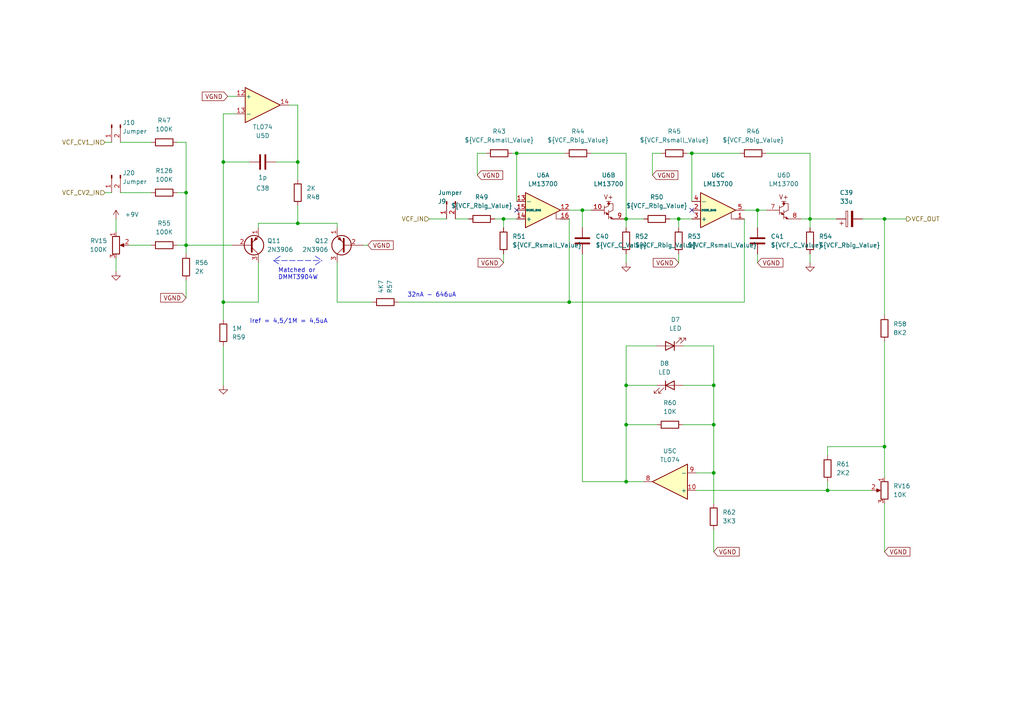
<source format=kicad_sch>
(kicad_sch (version 20211123) (generator eeschema)
  (paper "A4")
  (title_block (title "LivSynth - VCF") (date "2022-07-18") (rev "${Version}") (company "SloBlo Labs"))
  (lib_symbols
    (symbol "Amplifier_Operational:LM13700" (pin_names (offset 0.127))
      (property "Reference" "U" (at 3.81 5.08 0))
      (property "Value" "LM13700" (at 5.08 -5.08 0))
      (symbol "LM13700_1_1"
        (polyline (pts (xy 3.81 -0.635) (xy 3.81 -2.54) (xy 5.08 -2.54)))
        (polyline (pts (xy 5.08 0) (xy -5.08 -5.08) (xy -5.08 5.08) (xy 5.08 0)) (stroke (width 0.254)) (fill (type background)))
        (pin output line (at 7.62 0 180) (length 2.54) (name "~") (number "12"))
        (pin input line (at -7.62 2.54 0) (length 2.54) (name "-") (number "13"))
        (pin input line (at -7.62 -2.54 0) (length 2.54) (name "+") (number "14"))
        (pin input line (at -7.62 0 0) (length 2.54) (name "DIODE_BIAS") (number "15"))
        (pin input line (at 7.62 -2.54 180) (length 2.54) (name "~") (number "16"))
      )
      (symbol "LM13700_2_0"
        (polyline (pts (xy -1.905 2.54) (xy -3.175 2.54)))
      )
      (symbol "LM13700_2_1"
        (circle (center -2.54 1.905) (radius 0.254) (stroke (width 0.254)) (fill (type outline)))
        (polyline (pts (xy -3.81 -0.635) (xy -2.54 -1.27)))
        (polyline (pts (xy -3.81 1.27) (xy -3.81 -1.27)))
        (polyline (pts (xy -2.54 -1.905) (xy -1.27 -2.54)))
        (polyline (pts (xy -2.54 0) (xy -2.54 -2.54)))
        (polyline (pts (xy -3.81 0.635) (xy -2.54 1.27) (xy -2.54 1.905) (xy -2.54 2.54)))
        (polyline (pts (xy -2.54 -1.27) (xy -3.175 -0.635) (xy -3.175 -1.27) (xy -2.54 -1.27)) (fill (type outline)))
        (polyline (pts (xy -2.54 -0.635) (xy -1.27 0) (xy -1.27 1.905) (xy -2.54 1.905)))
        (polyline (pts (xy -1.27 -2.54) (xy -1.905 -1.905) (xy -1.905 -2.54) (xy -1.27 -2.54)) (fill (type outline)))
        (text "V+" (at -2.54 3.81 0) (effects (font (size 1.27 1.27))))
        (pin input line (at -7.62 0 0) (length 3.81) (name "~") (number "10"))
        (pin output line (at 2.54 -2.54 180) (length 3.81) (name "~") (number "9"))
      )
      (symbol "LM13700_3_1"
        (polyline (pts (xy 3.81 -0.635) (xy 3.81 -2.54) (xy 5.08 -2.54)))
        (polyline (pts (xy 5.08 0) (xy -5.08 -5.08) (xy -5.08 5.08) (xy 5.08 0)) (stroke (width 0.254)) (fill (type background)))
        (pin input line (at 7.62 -2.54 180) (length 2.54) (name "~") (number "1"))
        (pin input line (at -7.62 0 0) (length 2.54) (name "DIODE_BIAS") (number "2"))
        (pin input line (at -7.62 -2.54 0) (length 2.54) (name "+") (number "3"))
        (pin input line (at -7.62 2.54 0) (length 2.54) (name "-") (number "4"))
        (pin output line (at 7.62 0 180) (length 2.54) (name "~") (number "5"))
      )
      (symbol "LM13700_4_0"
        (polyline (pts (xy -3.175 2.54) (xy -1.905 2.54)))
        (text "V+" (at -2.54 3.81 0) (effects (font (size 1.27 1.27))))
      )
      (symbol "LM13700_4_1"
        (circle (center -2.54 1.905) (radius 0.254) (stroke (width 0.254)) (fill (type outline)))
        (polyline (pts (xy -3.81 -0.635) (xy -2.54 -1.27)))
        (polyline (pts (xy -3.81 1.27) (xy -3.81 -1.27)))
        (polyline (pts (xy -2.54 -1.905) (xy -1.27 -2.54)))
        (polyline (pts (xy -2.54 0) (xy -2.54 -2.54)))
        (polyline (pts (xy -3.81 0.635) (xy -2.54 1.27) (xy -2.54 2.54)))
        (polyline (pts (xy -2.54 -1.27) (xy -3.175 -0.635) (xy -3.175 -1.27) (xy -2.54 -1.27)) (fill (type outline)))
        (polyline (pts (xy -2.54 -0.635) (xy -1.27 0) (xy -1.27 1.905) (xy -2.54 1.905)))
        (polyline (pts (xy -1.27 -2.54) (xy -1.905 -1.905) (xy -1.905 -2.54) (xy -1.27 -2.54)) (fill (type outline)))
        (pin input line (at -7.62 0 0) (length 3.81) (name "~") (number "7"))
        (pin output line (at 2.54 -2.54 180) (length 3.81) (name "~") (number "8"))
      )
      (symbol "LM13700_5_1"
        (pin power_in line (at -2.54 7.62 270) (length 3.81) (name "V+") (number "11"))
        (pin power_in line (at -2.54 -7.62 90) (length 3.81) (name "V-") (number "6"))
      )
    )
    (symbol "Amplifier_Operational:TL074" (pin_names (offset 0.127))
      (property "Reference" "U" (at 0 5.08 0))
      (property "Value" "TL074" (at 0 -5.08 0))
      (symbol "TL074_1_1"
        (polyline (pts (xy -5.08 5.08) (xy 5.08 0) (xy -5.08 -5.08) (xy -5.08 5.08)) (stroke (width 0.254)) (fill (type background)))
        (pin output line (at 7.62 0 180) (length 2.54) (name "~") (number "1"))
        (pin input line (at -7.62 -2.54 0) (length 2.54) (name "-") (number "2"))
        (pin input line (at -7.62 2.54 0) (length 2.54) (name "+") (number "3"))
      )
      (symbol "TL074_2_1"
        (polyline (pts (xy -5.08 5.08) (xy 5.08 0) (xy -5.08 -5.08) (xy -5.08 5.08)) (stroke (width 0.254)) (fill (type background)))
        (pin input line (at -7.62 2.54 0) (length 2.54) (name "+") (number "5"))
        (pin input line (at -7.62 -2.54 0) (length 2.54) (name "-") (number "6"))
        (pin output line (at 7.62 0 180) (length 2.54) (name "~") (number "7"))
      )
      (symbol "TL074_3_1"
        (polyline (pts (xy -5.08 5.08) (xy 5.08 0) (xy -5.08 -5.08) (xy -5.08 5.08)) (stroke (width 0.254)) (fill (type background)))
        (pin input line (at -7.62 2.54 0) (length 2.54) (name "+") (number "10"))
        (pin output line (at 7.62 0 180) (length 2.54) (name "~") (number "8"))
        (pin input line (at -7.62 -2.54 0) (length 2.54) (name "-") (number "9"))
      )
      (symbol "TL074_4_1"
        (polyline (pts (xy -5.08 5.08) (xy 5.08 0) (xy -5.08 -5.08) (xy -5.08 5.08)) (stroke (width 0.254)) (fill (type background)))
        (pin input line (at -7.62 2.54 0) (length 2.54) (name "+") (number "12"))
        (pin input line (at -7.62 -2.54 0) (length 2.54) (name "-") (number "13"))
        (pin output line (at 7.62 0 180) (length 2.54) (name "~") (number "14"))
      )
      (symbol "TL074_5_1"
        (pin power_in line (at -2.54 -7.62 90) (length 3.81) (name "V-") (number "11"))
        (pin power_in line (at -2.54 7.62 270) (length 3.81) (name "V+") (number "4"))
      )
    )
    (symbol "Connector:Conn_01x02_Male" (pin_names (offset 1.016) hide)
      (property "Reference" "J" (at 0 2.54 0))
      (property "Value" "Conn_01x02_Male" (at 0 -5.08 0))
      (symbol "Conn_01x02_Male_1_1"
        (polyline (pts (xy 1.27 -2.54) (xy 0.8636 -2.54)) (stroke (width 0.1524)))
        (polyline (pts (xy 1.27 0) (xy 0.8636 0)) (stroke (width 0.1524)))
        (rectangle (start 0.8636 -2.413) (end 0 -2.667) (stroke (width 0.1524)) (fill (type outline)))
        (rectangle (start 0.8636 0.127) (end 0 -0.127) (stroke (width 0.1524)) (fill (type outline)))
        (pin passive line (at 5.08 0 180) (length 3.81) (name "Pin_1") (number "1"))
        (pin passive line (at 5.08 -2.54 180) (length 3.81) (name "Pin_2") (number "2"))
      )
    )
    (symbol "Device:C" (pin_numbers hide) (pin_names (offset 0.254))
      (property "Reference" "C" (at 0.635 2.54 0))
      (property "Value" "C" (at 0.635 -2.54 0))
      (symbol "C_0_1"
        (polyline (pts (xy -2.032 -0.762) (xy 2.032 -0.762)) (stroke (width 0.508)))
        (polyline (pts (xy -2.032 0.762) (xy 2.032 0.762)) (stroke (width 0.508)))
      )
      (symbol "C_1_1"
        (pin passive line (at 0 3.81 270) (length 2.794) (name "~") (number "1"))
        (pin passive line (at 0 -3.81 90) (length 2.794) (name "~") (number "2"))
      )
    )
    (symbol "Device:C_Polarized" (pin_numbers hide) (pin_names (offset 0.254))
      (property "Reference" "C" (at 0.635 2.54 0))
      (property "Value" "C_Polarized" (at 0.635 -2.54 0))
      (symbol "C_Polarized_0_1"
        (rectangle (start -2.286 0.508) (end 2.286 1.016))
        (polyline (pts (xy -1.778 2.286) (xy -0.762 2.286)))
        (polyline (pts (xy -1.27 2.794) (xy -1.27 1.778)))
        (rectangle (start 2.286 -0.508) (end -2.286 -1.016) (fill (type outline)))
      )
      (symbol "C_Polarized_1_1"
        (pin passive line (at 0 3.81 270) (length 2.794) (name "~") (number "1"))
        (pin passive line (at 0 -3.81 90) (length 2.794) (name "~") (number "2"))
      )
    )
    (symbol "Device:LED" (pin_numbers hide) (pin_names (offset 1.016) hide)
      (property "Reference" "D" (at 0 2.54 0))
      (property "Value" "LED" (at 0 -2.54 0))
      (symbol "LED_0_1"
        (polyline (pts (xy -1.27 -1.27) (xy -1.27 1.27)) (stroke (width 0.254)))
        (polyline (pts (xy -1.27 0) (xy 1.27 0)))
        (polyline (pts (xy 1.27 -1.27) (xy 1.27 1.27) (xy -1.27 0) (xy 1.27 -1.27)) (stroke (width 0.254)))
        (polyline (pts (xy -3.048 -0.762) (xy -4.572 -2.286) (xy -3.81 -2.286) (xy -4.572 -2.286) (xy -4.572 -1.524)))
        (polyline (pts (xy -1.778 -0.762) (xy -3.302 -2.286) (xy -2.54 -2.286) (xy -3.302 -2.286) (xy -3.302 -1.524)))
      )
      (symbol "LED_1_1"
        (pin passive line (at -3.81 0 0) (length 2.54) (name "K") (number "1"))
        (pin passive line (at 3.81 0 180) (length 2.54) (name "A") (number "2"))
      )
    )
    (symbol "Device:R" (pin_numbers hide) (pin_names (offset 0))
      (property "Reference" "R" (at 2.032 0 90))
      (property "Value" "R" (at 0 0 90))
      (symbol "R_0_1"
        (rectangle (start -1.016 -2.54) (end 1.016 2.54) (stroke (width 0.254)))
      )
      (symbol "R_1_1"
        (pin passive line (at 0 3.81 270) (length 1.27) (name "~") (number "1"))
        (pin passive line (at 0 -3.81 90) (length 1.27) (name "~") (number "2"))
      )
    )
    (symbol "Device:R_Potentiometer" (pin_names (offset 1.016) hide)
      (property "Reference" "RV" (at -4.445 0 90))
      (property "Value" "R_Potentiometer" (at -2.54 0 90))
      (symbol "R_Potentiometer_0_1"
        (polyline (pts (xy 2.54 0) (xy 1.524 0)))
        (polyline (pts (xy 1.143 0) (xy 2.286 0.508) (xy 2.286 -0.508) (xy 1.143 0)) (fill (type outline)))
        (rectangle (start 1.016 2.54) (end -1.016 -2.54) (stroke (width 0.254)))
      )
      (symbol "R_Potentiometer_1_1"
        (pin passive line (at 0 3.81 270) (length 1.27) (name "1") (number "1"))
        (pin passive line (at 3.81 0 180) (length 1.27) (name "2") (number "2"))
        (pin passive line (at 0 -3.81 90) (length 1.27) (name "3") (number "3"))
      )
    )
    (symbol "Transistor_BJT:2N3906" (pin_names (offset 0) hide)
      (property "Reference" "Q" (at 5.08 1.905 0))
      (property "Value" "2N3906" (at 5.08 0 0))
      (symbol "2N3906_0_1"
        (polyline (pts (xy 0.635 0.635) (xy 2.54 2.54)))
        (polyline (pts (xy 0.635 -0.635) (xy 2.54 -2.54) (xy 2.54 -2.54)))
        (polyline (pts (xy 0.635 1.905) (xy 0.635 -1.905) (xy 0.635 -1.905)) (stroke (width 0.508)))
        (polyline (pts (xy 2.286 -1.778) (xy 1.778 -2.286) (xy 1.27 -1.27) (xy 2.286 -1.778) (xy 2.286 -1.778)) (fill (type outline)))
        (circle (center 1.27 0) (radius 2.8194) (stroke (width 0.254)))
      )
      (symbol "2N3906_1_1"
        (pin passive line (at 2.54 -5.08 90) (length 2.54) (name "E") (number "1"))
        (pin input line (at -5.08 0 0) (length 5.715) (name "B") (number "2"))
        (pin passive line (at 2.54 5.08 270) (length 2.54) (name "C") (number "3"))
      )
    )
    (symbol "power:+9V" (power) (pin_names (offset 0))
      (property "Value" "+9V" (at 0 3.556 0))
      (symbol "+9V_0_1"
        (polyline (pts (xy -0.762 1.27) (xy 0 2.54)))
        (polyline (pts (xy 0 0) (xy 0 2.54)))
        (polyline (pts (xy 0 2.54) (xy 0.762 1.27)))
      )
      (symbol "+9V_1_1"
        (pin power_in line (at 0 0 90) (length 0) hide (name "+9V") (number "1"))
      )
    )
    (symbol "power:GND" (power) (pin_names (offset 0))
      (property "Value" "GND" (at 0 -3.81 0))
      (symbol "GND_0_1"
        (polyline (pts (xy 0 0) (xy 0 -1.27) (xy 1.27 -1.27) (xy 0 -2.54) (xy -1.27 -1.27) (xy 0 -1.27)))
      )
      (symbol "GND_1_1"
        (pin power_in line (at 0 0 270) (length 0) hide (name "GND") (number "1"))
      )
    )
  )
  (junction (at 200.66 44.45))
  (junction (at 149.86 44.45))
  (junction (at 181.61 111.76))
  (junction (at 207.01 137.16))
  (junction (at 165.1 87.63))
  (junction (at 181.61 63.5))
  (junction (at 86.36 64.77))
  (junction (at 207.01 111.76))
  (junction (at 207.01 123.19))
  (junction (at 181.61 139.7))
  (junction (at 256.54 63.5))
  (junction (at 53.975 71.12))
  (junction (at 64.77 46.99))
  (junction (at 53.975 55.88))
  (junction (at 168.91 60.96))
  (junction (at 86.36 46.99))
  (junction (at 196.85 63.5))
  (junction (at 256.54 129.54))
  (junction (at 181.61 123.19))
  (junction (at 219.71 60.96))
  (junction (at 64.77 87.63))
  (junction (at 240.03 142.24))
  (junction (at 146.05 63.5))
  (junction (at 234.95 63.5))
  (no_connect (at 200.66 60.96))
  (no_connect (at 149.86 60.96))
  (wire (pts (xy 171.45 44.45) (xy 181.61 44.45)))
  (wire (pts (xy 181.61 139.7) (xy 186.69 139.7)))
  (wire (pts (xy 190.5 111.76) (xy 181.61 111.76)))
  (wire (pts (xy 97.79 87.63) (xy 107.95 87.63)))
  (wire (pts (xy 207.01 123.19) (xy 207.01 137.16)))
  (wire (pts (xy 66.04 27.94) (xy 68.58 27.94)))
  (wire (pts (xy 34.925 55.88) (xy 43.815 55.88)))
  (wire (pts (xy 165.1 87.63) (xy 165.1 63.5)))
  (wire (pts (xy 64.77 33.02) (xy 68.58 33.02)))
  (wire (pts (xy 196.85 63.5) (xy 196.85 66.04)))
  (wire (pts (xy 256.54 146.05) (xy 256.54 160.02)))
  (wire (pts (xy 64.77 87.63) (xy 64.77 46.99)))
  (wire (pts (xy 53.975 81.28) (xy 53.975 86.36)))
  (wire (pts (xy 115.57 87.63) (xy 165.1 87.63)))
  (wire (pts (xy 51.435 71.12) (xy 53.975 71.12)))
  (wire (pts (xy 189.23 44.45) (xy 191.77 44.45)))
  (wire (pts (xy 86.36 64.77) (xy 86.36 59.69)))
  (wire (pts (xy 97.79 76.2) (xy 97.79 87.63)))
  (wire (pts (xy 189.23 50.8) (xy 189.23 44.45)))
  (polyline (pts (xy 91.44 76.835) (xy 93.345 75.565)))
  (wire (pts (xy 219.71 66.04) (xy 219.71 60.96)))
  (wire (pts (xy 64.77 46.99) (xy 64.77 33.02)))
  (wire (pts (xy 181.61 66.04) (xy 181.61 63.5)))
  (wire (pts (xy 80.01 46.99) (xy 86.36 46.99)))
  (wire (pts (xy 132.08 63.5) (xy 135.89 63.5)))
  (wire (pts (xy 51.435 41.275) (xy 53.975 41.275)))
  (wire (pts (xy 105.41 71.12) (xy 106.68 71.12)))
  (wire (pts (xy 198.12 123.19) (xy 207.01 123.19)))
  (wire (pts (xy 74.93 87.63) (xy 74.93 76.2)))
  (wire (pts (xy 207.01 100.33) (xy 207.01 111.76)))
  (wire (pts (xy 51.435 55.88) (xy 53.975 55.88)))
  (wire (pts (xy 64.77 46.99) (xy 72.39 46.99)))
  (wire (pts (xy 86.36 30.48) (xy 86.36 46.99)))
  (wire (pts (xy 198.12 111.76) (xy 207.01 111.76)))
  (wire (pts (xy 196.85 63.5) (xy 200.66 63.5)))
  (wire (pts (xy 201.93 142.24) (xy 240.03 142.24)))
  (wire (pts (xy 53.975 41.275) (xy 53.975 55.88)))
  (wire (pts (xy 250.19 63.5) (xy 256.54 63.5)))
  (wire (pts (xy 181.61 111.76) (xy 181.61 123.19)))
  (polyline (pts (xy 81.28 74.295) (xy 79.375 75.565)))
  (wire (pts (xy 240.03 142.24) (xy 252.73 142.24)))
  (wire (pts (xy 219.71 60.96) (xy 222.25 60.96)))
  (wire (pts (xy 196.85 73.66) (xy 196.85 76.2)))
  (wire (pts (xy 256.54 63.5) (xy 256.54 91.44)))
  (wire (pts (xy 74.93 66.04) (xy 74.93 64.77)))
  (polyline (pts (xy 79.375 75.565) (xy 81.28 76.835)))
  (wire (pts (xy 256.54 63.5) (xy 262.89 63.5)))
  (wire (pts (xy 33.655 74.93) (xy 33.655 78.74)))
  (polyline (pts (xy 91.44 74.295) (xy 93.345 75.565)))
  (wire (pts (xy 256.54 99.06) (xy 256.54 129.54)))
  (wire (pts (xy 165.1 60.96) (xy 168.91 60.96)))
  (wire (pts (xy 219.71 73.66) (xy 219.71 76.2)))
  (wire (pts (xy 199.39 44.45) (xy 200.66 44.45)))
  (wire (pts (xy 30.48 41.275) (xy 32.385 41.275)))
  (wire (pts (xy 168.91 60.96) (xy 171.45 60.96)))
  (wire (pts (xy 190.5 100.33) (xy 181.61 100.33)))
  (wire (pts (xy 97.79 64.77) (xy 97.79 66.04)))
  (wire (pts (xy 165.1 87.63) (xy 215.9 87.63)))
  (wire (pts (xy 168.91 60.96) (xy 168.91 66.04)))
  (wire (pts (xy 53.975 71.12) (xy 53.975 73.66)))
  (wire (pts (xy 207.01 146.05) (xy 207.01 137.16)))
  (wire (pts (xy 240.03 129.54) (xy 240.03 132.08)))
  (wire (pts (xy 86.36 64.77) (xy 97.79 64.77)))
  (wire (pts (xy 234.95 63.5) (xy 234.95 66.04)))
  (wire (pts (xy 146.05 73.66) (xy 146.05 76.2)))
  (wire (pts (xy 149.86 44.45) (xy 163.83 44.45)))
  (wire (pts (xy 30.48 55.88) (xy 32.385 55.88)))
  (wire (pts (xy 64.77 111.76) (xy 64.77 100.33)))
  (wire (pts (xy 149.86 58.42) (xy 149.86 44.45)))
  (wire (pts (xy 53.975 55.88) (xy 53.975 71.12)))
  (wire (pts (xy 190.5 123.19) (xy 181.61 123.19)))
  (wire (pts (xy 33.655 63.5) (xy 33.655 67.31)))
  (wire (pts (xy 64.77 87.63) (xy 74.93 87.63)))
  (wire (pts (xy 181.61 73.66) (xy 181.61 76.2)))
  (wire (pts (xy 146.05 63.5) (xy 149.86 63.5)))
  (wire (pts (xy 200.66 44.45) (xy 214.63 44.45)))
  (wire (pts (xy 207.01 137.16) (xy 201.93 137.16)))
  (wire (pts (xy 138.43 44.45) (xy 140.97 44.45)))
  (wire (pts (xy 232.41 63.5) (xy 234.95 63.5)))
  (wire (pts (xy 74.93 64.77) (xy 86.36 64.77)))
  (wire (pts (xy 234.95 73.66) (xy 234.95 76.2)))
  (wire (pts (xy 34.925 41.275) (xy 43.815 41.275)))
  (wire (pts (xy 207.01 111.76) (xy 207.01 123.19)))
  (wire (pts (xy 37.465 71.12) (xy 43.815 71.12)))
  (wire (pts (xy 198.12 100.33) (xy 207.01 100.33)))
  (wire (pts (xy 138.43 50.8) (xy 138.43 44.45)))
  (wire (pts (xy 83.82 30.48) (xy 86.36 30.48)))
  (wire (pts (xy 124.46 63.5) (xy 129.54 63.5)))
  (wire (pts (xy 219.71 60.96) (xy 215.9 60.96)))
  (wire (pts (xy 143.51 63.5) (xy 146.05 63.5)))
  (wire (pts (xy 234.95 44.45) (xy 234.95 63.5)))
  (wire (pts (xy 181.61 44.45) (xy 181.61 63.5)))
  (wire (pts (xy 222.25 44.45) (xy 234.95 44.45)))
  (wire (pts (xy 200.66 58.42) (xy 200.66 44.45)))
  (wire (pts (xy 148.59 44.45) (xy 149.86 44.45)))
  (wire (pts (xy 207.01 153.67) (xy 207.01 160.02)))
  (wire (pts (xy 194.31 63.5) (xy 196.85 63.5)))
  (wire (pts (xy 240.03 139.7) (xy 240.03 142.24)))
  (wire (pts (xy 168.91 73.66) (xy 168.91 139.7)))
  (wire (pts (xy 234.95 63.5) (xy 242.57 63.5)))
  (wire (pts (xy 168.91 139.7) (xy 181.61 139.7)))
  (wire (pts (xy 256.54 129.54) (xy 256.54 138.43)))
  (polyline (pts (xy 79.375 75.565) (xy 93.345 75.565)))
  (wire (pts (xy 240.03 129.54) (xy 256.54 129.54)))
  (wire (pts (xy 64.77 92.71) (xy 64.77 87.63)))
  (wire (pts (xy 181.61 123.19) (xy 181.61 139.7)))
  (wire (pts (xy 146.05 66.04) (xy 146.05 63.5)))
  (wire (pts (xy 215.9 63.5) (xy 215.9 87.63)))
  (wire (pts (xy 86.36 46.99) (xy 86.36 52.07)))
  (wire (pts (xy 181.61 63.5) (xy 186.69 63.5)))
  (wire (pts (xy 53.975 71.12) (xy 67.31 71.12)))
  (wire (pts (xy 181.61 100.33) (xy 181.61 111.76)))
  (text "Iref = 4,5/1M = 4,5uA" (at 72.39 93.98 0) (effects (font (size 1.27 1.27)) (justify left bottom)))
  (text "32nA - 646uA" (at 118.11 86.36 0) (effects (font (size 1.27 1.27)) (justify left bottom)))
  (text "Matched or\nDMMT3904W" (at 80.645 81.28 0) (effects (font (size 1.27 1.27)) (justify left bottom)))
  (global_label "VGND" (shape input) (at 196.85 76.2 180) (property "Intersheet References" "${INTERSHEET_REFS}" (effects hide)))
  (global_label "VGND" (shape input) (at 138.43 50.8 0) (property "Intersheet References" "${INTERSHEET_REFS}" (effects hide)))
  (global_label "VGND" (shape input) (at 219.71 76.2 0) (property "Intersheet References" "${INTERSHEET_REFS}" (effects hide)))
  (global_label "VGND" (shape input) (at 146.05 76.2 180) (property "Intersheet References" "${INTERSHEET_REFS}" (effects hide)))
  (global_label "VGND" (shape input) (at 66.04 27.94 180) (property "Intersheet References" "${INTERSHEET_REFS}" (effects hide)))
  (global_label "VGND" (shape input) (at 53.975 86.36 180) (property "Intersheet References" "${INTERSHEET_REFS}" (effects hide)))
  (global_label "VGND" (shape input) (at 256.54 160.02 0) (property "Intersheet References" "${INTERSHEET_REFS}" (effects hide)))
  (global_label "VGND" (shape input) (at 189.23 50.8 0) (property "Intersheet References" "${INTERSHEET_REFS}" (effects hide)))
  (global_label "VGND" (shape input) (at 106.68 71.12 0) (property "Intersheet References" "${INTERSHEET_REFS}" (effects hide)))
  (global_label "VGND" (shape input) (at 207.01 160.02 0) (property "Intersheet References" "${INTERSHEET_REFS}" (effects hide)))
  (hierarchical_label "VCF_IN" (shape input) (at 124.46 63.5 180))
  (hierarchical_label "VCF_OUT" (shape output) (at 262.89 63.5 0))
  (hierarchical_label "VCF_CV1_IN" (shape input) (at 30.48 41.275 180))
  (hierarchical_label "VCF_CV2_IN" (shape input) (at 30.48 55.88 180))
  (symbol (lib_id "Device:R_Potentiometer") (at 33.655 71.12 0) (unit 1)
    (property "Reference" "RV15" (at 31.115 69.8499 0) (effects (justify right)))
    (property "Value" "100K" (at 31.115 72.3899 0) (effects (justify right)))
    (property "Footprint" "SloBlo:RV141F-40-20BL" (effects hide))
  )
  (symbol (lib_id "power:GND") (at 234.95 76.2 0) (unit 1)
    (property "Reference" "#PWR053" (effects hide))
    (property "Value" "GND" (effects hide))
  )
  (symbol (lib_id "Device:R") (at 47.625 41.275 90) (unit 1)
    (property "Reference" "R47" (at 47.625 34.925 90))
    (property "Value" "100K" (at 47.625 37.465 90))
    (property "Footprint" "Resistor_THT:R_Axial_DIN0207_L6.3mm_D2.5mm_P7.62mm_Horizontal" (effects hide))
  )
  (symbol (lib_id "Device:C_Polarized") (at 246.38 63.5 90) (unit 1)
    (property "Reference" "C39" (at 245.491 55.88 90))
    (property "Value" "33u" (at 245.491 58.42 90))
    (property "Footprint" "Capacitor_THT:CP_Radial_D8.0mm_P3.50mm" (effects hide))
  )
  (symbol (lib_id "Device:C") (at 76.2 46.99 90) (mirror x) (unit 1)
    (property "Reference" "C38" (at 76.2 54.61 90))
    (property "Value" "1p" (at 76.2 51.435 90))
    (property "Footprint" "Capacitor_THT:C_Disc_D3.0mm_W1.6mm_P2.50mm" (effects hide))
  )
  (symbol (lib_id "Device:LED") (at 194.31 100.33 180) (unit 1)
    (property "Reference" "D7" (at 195.8975 92.71 0))
    (property "Value" "LED" (at 195.8975 95.25 0))
    (property "Footprint" "LED_THT:LED_D5.0mm" (effects hide))
  )
  (symbol (lib_id "Device:R") (at 111.76 87.63 270) (mirror x) (unit 1)
    (property "Reference" "R57" (at 113.0301 85.09 0) (effects (justify left)))
    (property "Value" "4K7" (at 110.49 85.09 0) (effects (justify left)))
    (property "Footprint" "Resistor_THT:R_Axial_DIN0207_L6.3mm_D2.5mm_P7.62mm_Horizontal" (effects hide))
  )
  (symbol (lib_id "Amplifier_Operational:TL074") (at 76.2 30.48 0) (unit 4)
    (property "Reference" "U5" (at 76.2 39.37 0))
    (property "Value" "TL074" (at 76.2 36.83 0))
    (property "Footprint" "Package_SO:SOIC-14_3.9x8.7mm_P1.27mm" (effects hide))
    (property "Datasheet" "http://www.ti.com/lit/ds/symlink/tl071.pdf" (effects hide))
  )
  (symbol (lib_id "Device:R") (at 139.7 63.5 90) (unit 1)
    (property "Reference" "R49" (at 139.7 57.15 90))
    (property "Value" "${VCF_Rbig_Value}" (at 139.7 59.69 90))
    (property "Footprint" "Resistor_THT:R_Axial_DIN0207_L6.3mm_D2.5mm_P7.62mm_Horizontal" (effects hide))
  )
  (symbol (lib_id "Transistor_BJT:2N3906") (at 100.33 71.12 180) (unit 1)
    (property "Reference" "Q12" (at 95.25 69.8499 0) (effects (justify left)))
    (property "Value" "2N3906" (at 95.25 72.3899 0) (effects (justify left)))
    (property "Footprint" "Package_TO_SOT_THT:TO-92_Inline" (effects hide))
    (property "Datasheet" "https://www.onsemi.com/pub/Collateral/2N3906-D.PDF" (effects hide))
  )
  (symbol (lib_id "power:+9V") (at 33.655 63.5 0) (mirror y) (unit 1)
    (property "Reference" "#PWR051" (effects hide))
    (property "Value" "+9V" (at 36.195 62.2299 0) (effects (justify right)))
  )
  (symbol (lib_id "Device:R") (at 240.03 135.89 0) (unit 1)
    (property "Reference" "R61" (at 242.57 134.6199 0) (effects (justify left)))
    (property "Value" "2K2" (at 242.57 137.1599 0) (effects (justify left)))
    (property "Footprint" "Resistor_THT:R_Axial_DIN0207_L6.3mm_D2.5mm_P7.62mm_Horizontal" (effects hide))
  )
  (symbol (lib_id "Connector:Conn_01x02_Male") (at 129.54 58.42 90) (mirror x) (unit 1)
    (property "Reference" "J9" (at 127 58.42 90) (effects (justify right)))
    (property "Value" "Jumper" (at 127 55.88 90) (effects (justify right)))
    (property "Footprint" "Connector_PinHeader_2.54mm:PinHeader_1x02_P2.54mm_Vertical" (effects hide))
  )
  (symbol (lib_id "Device:C") (at 168.91 69.85 0) (unit 1)
    (property "Reference" "C40" (at 172.72 68.5799 0) (effects (justify left)))
    (property "Value" "${VCF_C_Value}" (at 172.72 71.1199 0) (effects (justify left)))
    (property "Footprint" "Capacitor_THT:C_Rect_L7.2mm_W2.5mm_P5.00mm_FKS2_FKP2_MKS2_MKP2" (effects hide))
  )
  (symbol (lib_id "Device:R") (at 218.44 44.45 90) (unit 1)
    (property "Reference" "R46" (at 218.44 38.1 90))
    (property "Value" "${VCF_Rbig_Value}" (at 218.44 40.64 90))
    (property "Footprint" "Resistor_THT:R_Axial_DIN0207_L6.3mm_D2.5mm_P7.62mm_Horizontal" (effects hide))
  )
  (symbol (lib_id "Device:R") (at 47.625 55.88 90) (unit 1)
    (property "Reference" "R126" (at 47.625 49.53 90))
    (property "Value" "100K" (at 47.625 52.07 90))
    (property "Footprint" "Resistor_THT:R_Axial_DIN0207_L6.3mm_D2.5mm_P7.62mm_Horizontal" (effects hide))
  )
  (symbol (lib_id "Device:R") (at 194.31 123.19 90) (unit 1)
    (property "Reference" "R60" (at 194.31 116.84 90))
    (property "Value" "10K" (at 194.31 119.38 90))
    (property "Footprint" "Resistor_THT:R_Axial_DIN0207_L6.3mm_D2.5mm_P7.62mm_Horizontal" (effects hide))
  )
  (symbol (lib_id "Device:R") (at 195.58 44.45 270) (unit 1)
    (property "Reference" "R45" (at 195.58 38.1 90))
    (property "Value" "${VCF_Rsmall_Value}" (at 195.58 40.64 90))
    (property "Footprint" "Resistor_THT:R_Axial_DIN0207_L6.3mm_D2.5mm_P7.62mm_Horizontal" (effects hide))
  )
  (symbol (lib_id "Device:R") (at 196.85 69.85 180) (unit 1)
    (property "Reference" "R53" (at 199.39 68.5799 0) (effects (justify right)))
    (property "Value" "${VCF_Rsmall_Value}" (at 199.39 71.1199 0) (effects (justify right)))
    (property "Footprint" "Resistor_THT:R_Axial_DIN0207_L6.3mm_D2.5mm_P7.62mm_Horizontal" (effects hide))
  )
  (symbol (lib_id "Amplifier_Operational:LM13700") (at 229.87 60.96 0) (unit 4)
    (property "Reference" "U6" (at 227.33 50.8 0))
    (property "Value" "LM13700" (at 227.33 53.34 0))
    (property "Footprint" "Package_SO:SOP-16_3.9x9.9mm_P1.27mm" (effects hide))
    (property "Datasheet" "http://www.ti.com/lit/ds/symlink/lm13700.pdf" (effects hide))
  )
  (symbol (lib_id "Connector:Conn_01x02_Male") (at 32.385 36.195 90) (mirror x) (unit 1)
    (property "Reference" "J10" (at 35.56 35.56 90) (effects (justify right)))
    (property "Value" "Jumper" (at 35.56 38.1 90) (effects (justify right)))
    (property "Footprint" "Connector_PinHeader_2.54mm:PinHeader_1x02_P2.54mm_Vertical" (effects hide))
  )
  (symbol (lib_id "Device:R") (at 190.5 63.5 90) (unit 1)
    (property "Reference" "R50" (at 190.5 57.15 90))
    (property "Value" "${VCF_Rbig_Value}" (at 190.5 59.69 90))
    (property "Footprint" "Resistor_THT:R_Axial_DIN0207_L6.3mm_D2.5mm_P7.62mm_Horizontal" (effects hide))
  )
  (symbol (lib_id "Device:C") (at 219.71 69.85 0) (unit 1)
    (property "Reference" "C41" (at 223.52 68.5799 0) (effects (justify left)))
    (property "Value" "${VCF_C_Value}" (at 223.52 71.1199 0) (effects (justify left)))
    (property "Footprint" "Capacitor_THT:C_Rect_L7.2mm_W2.5mm_P5.00mm_FKS2_FKP2_MKS2_MKP2" (effects hide))
  )
  (symbol (lib_id "Connector:Conn_01x02_Male") (at 32.385 50.8 90) (mirror x) (unit 1)
    (property "Reference" "J20" (at 35.56 50.165 90) (effects (justify right)))
    (property "Value" "Jumper" (at 35.56 52.705 90) (effects (justify right)))
    (property "Footprint" "Connector_PinHeader_2.54mm:PinHeader_1x02_P2.54mm_Vertical" (effects hide))
  )
  (symbol (lib_id "Device:R") (at 146.05 69.85 180) (unit 1)
    (property "Reference" "R51" (at 148.59 68.5799 0) (effects (justify right)))
    (property "Value" "${VCF_Rsmall_Value}" (at 148.59 71.1199 0) (effects (justify right)))
    (property "Footprint" "Resistor_THT:R_Axial_DIN0207_L6.3mm_D2.5mm_P7.62mm_Horizontal" (effects hide))
  )
  (symbol (lib_id "Device:R") (at 181.61 69.85 180) (unit 1)
    (property "Reference" "R52" (at 184.15 68.5799 0) (effects (justify right)))
    (property "Value" "${VCF_Rbig_Value}" (at 184.15 71.1199 0) (effects (justify right)))
    (property "Footprint" "Resistor_THT:R_Axial_DIN0207_L6.3mm_D2.5mm_P7.62mm_Horizontal" (effects hide))
  )
  (symbol (lib_id "Device:R") (at 234.95 69.85 180) (unit 1)
    (property "Reference" "R54" (at 237.49 68.5799 0) (effects (justify right)))
    (property "Value" "${VCF_Rbig_Value}" (at 237.49 71.1199 0) (effects (justify right)))
    (property "Footprint" "Resistor_THT:R_Axial_DIN0207_L6.3mm_D2.5mm_P7.62mm_Horizontal" (effects hide))
  )
  (symbol (lib_id "power:GND") (at 33.655 78.74 0) (unit 1)
    (property "Reference" "#PWR054" (effects hide))
    (property "Value" "GND" (effects hide))
  )
  (symbol (lib_id "Amplifier_Operational:LM13700") (at 179.07 60.96 0) (unit 2)
    (property "Reference" "U6" (at 176.53 50.8 0))
    (property "Value" "LM13700" (at 176.53 53.34 0))
    (property "Footprint" "Package_SO:SOP-16_3.9x9.9mm_P1.27mm" (effects hide))
    (property "Datasheet" "http://www.ti.com/lit/ds/symlink/lm13700.pdf" (effects hide))
  )
  (symbol (lib_id "power:GND") (at 181.61 76.2 0) (unit 1)
    (property "Reference" "#PWR052" (effects hide))
    (property "Value" "GND" (effects hide))
  )
  (symbol (lib_id "Device:R") (at 47.625 71.12 90) (unit 1)
    (property "Reference" "R55" (at 47.625 64.77 90))
    (property "Value" "100K" (at 47.625 67.31 90))
    (property "Footprint" "Resistor_THT:R_Axial_DIN0207_L6.3mm_D2.5mm_P7.62mm_Horizontal" (effects hide))
  )
  (symbol (lib_id "Device:R") (at 86.36 55.88 0) (mirror x) (unit 1)
    (property "Reference" "R48" (at 88.9 57.1501 0) (effects (justify left)))
    (property "Value" "2K" (at 88.9 54.6101 0) (effects (justify left)))
    (property "Footprint" "Resistor_THT:R_Axial_DIN0207_L6.3mm_D2.5mm_P7.62mm_Horizontal" (effects hide))
  )
  (symbol (lib_id "Device:LED") (at 194.31 111.76 0) (unit 1)
    (property "Reference" "D8" (at 192.7225 105.41 0))
    (property "Value" "LED" (at 192.7225 107.95 0))
    (property "Footprint" "LED_THT:LED_D5.0mm" (effects hide))
  )
  (symbol (lib_id "Device:R") (at 64.77 96.52 0) (mirror x) (unit 1)
    (property "Reference" "R59" (at 67.31 97.7901 0) (effects (justify left)))
    (property "Value" "1M" (at 67.31 95.25 0) (effects (justify left)))
    (property "Footprint" "Resistor_THT:R_Axial_DIN0207_L6.3mm_D2.5mm_P7.62mm_Horizontal" (effects hide))
  )
  (symbol (lib_id "Device:R") (at 207.01 149.86 0) (unit 1)
    (property "Reference" "R62" (at 209.55 148.5899 0) (effects (justify left)))
    (property "Value" "3K3" (at 209.55 151.1299 0) (effects (justify left)))
    (property "Footprint" "Resistor_THT:R_Axial_DIN0207_L6.3mm_D2.5mm_P7.62mm_Horizontal" (effects hide))
  )
  (symbol (lib_id "power:GND") (at 64.77 111.76 0) (unit 1)
    (property "Reference" "#PWR055" (effects hide))
    (property "Value" "GND" (effects hide))
  )
  (symbol (lib_id "Device:R") (at 53.975 77.47 0) (unit 1)
    (property "Reference" "R56" (at 56.515 76.1999 0) (effects (justify left)))
    (property "Value" "2K" (at 56.515 78.7399 0) (effects (justify left)))
    (property "Footprint" "Resistor_THT:R_Axial_DIN0207_L6.3mm_D2.5mm_P7.62mm_Horizontal" (effects hide))
  )
  (symbol (lib_id "Device:R_Potentiometer") (at 256.54 142.24 0) (mirror y) (unit 1)
    (property "Reference" "RV16" (at 259.08 140.9699 0) (effects (justify right)))
    (property "Value" "10K" (at 259.08 143.5099 0) (effects (justify right)))
    (property "Footprint" "SloBlo:RV141F-40-20BL" (effects hide))
  )
  (symbol (lib_id "Device:R") (at 144.78 44.45 270) (unit 1)
    (property "Reference" "R43" (at 144.78 38.1 90))
    (property "Value" "${VCF_Rsmall_Value}" (at 144.78 40.64 90))
    (property "Footprint" "Resistor_THT:R_Axial_DIN0207_L6.3mm_D2.5mm_P7.62mm_Horizontal" (effects hide))
  )
  (symbol (lib_id "Amplifier_Operational:TL074") (at 194.31 139.7 180) (unit 3)
    (property "Reference" "U5" (at 194.31 130.81 0))
    (property "Value" "TL074" (at 194.31 133.35 0))
    (property "Footprint" "Package_SO:SOIC-14_3.9x8.7mm_P1.27mm" (effects hide))
    (property "Datasheet" "http://www.ti.com/lit/ds/symlink/tl071.pdf" (effects hide))
  )
  (symbol (lib_id "Amplifier_Operational:LM13700") (at 157.48 60.96 0) (unit 1)
    (property "Reference" "U6" (at 157.48 50.8 0))
    (property "Value" "LM13700" (at 157.48 53.34 0))
    (property "Footprint" "Package_SO:SOP-16_3.9x9.9mm_P1.27mm" (effects hide))
    (property "Datasheet" "http://www.ti.com/lit/ds/symlink/lm13700.pdf" (effects hide))
  )
  (symbol (lib_id "Transistor_BJT:2N3906") (at 72.39 71.12 0) (mirror x) (unit 1)
    (property "Reference" "Q11" (at 77.47 69.8499 0) (effects (justify left)))
    (property "Value" "2N3906" (at 77.47 72.3899 0) (effects (justify left)))
    (property "Footprint" "Package_TO_SOT_THT:TO-92_Inline" (effects hide))
    (property "Datasheet" "https://www.onsemi.com/pub/Collateral/2N3906-D.PDF" (effects hide))
  )
  (symbol (lib_id "Device:R") (at 167.64 44.45 90) (unit 1)
    (property "Reference" "R44" (at 167.64 38.1 90))
    (property "Value" "${VCF_Rbig_Value}" (at 167.64 40.64 90))
    (property "Footprint" "Resistor_THT:R_Axial_DIN0207_L6.3mm_D2.5mm_P7.62mm_Horizontal" (effects hide))
  )
  (symbol (lib_id "Amplifier_Operational:LM13700") (at 208.28 60.96 0) (unit 3)
    (property "Reference" "U6" (at 208.28 50.8 0))
    (property "Value" "LM13700" (at 208.28 53.34 0))
    (property "Footprint" "Package_SO:SOP-16_3.9x9.9mm_P1.27mm" (effects hide))
    (property "Datasheet" "http://www.ti.com/lit/ds/symlink/lm13700.pdf" (effects hide))
  )
  (symbol (lib_id "Device:R") (at 256.54 95.25 0) (unit 1)
    (property "Reference" "R58" (at 259.08 93.9799 0) (effects (justify left)))
    (property "Value" "8K2" (at 259.08 96.5199 0) (effects (justify left)))
    (property "Footprint" "Resistor_THT:R_Axial_DIN0207_L6.3mm_D2.5mm_P7.62mm_Horizontal" (effects hide))
  )
)
</source>
